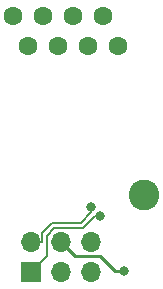
<source format=gbl>
G04 #@! TF.GenerationSoftware,KiCad,Pcbnew,5.1.9*
G04 #@! TF.CreationDate,2021-01-28T17:40:55+01:00*
G04 #@! TF.ProjectId,Teensy4.1_Ethercon_adapter,5465656e-7379-4342-9e31-5f4574686572,1.0*
G04 #@! TF.SameCoordinates,PX80befc0PY6dac2c0*
G04 #@! TF.FileFunction,Copper,L2,Bot*
G04 #@! TF.FilePolarity,Positive*
%FSLAX46Y46*%
G04 Gerber Fmt 4.6, Leading zero omitted, Abs format (unit mm)*
G04 Created by KiCad (PCBNEW 5.1.9) date 2021-01-28 17:40:55*
%MOMM*%
%LPD*%
G01*
G04 APERTURE LIST*
G04 #@! TA.AperFunction,ComponentPad*
%ADD10C,1.600000*%
G04 #@! TD*
G04 #@! TA.AperFunction,ComponentPad*
%ADD11C,2.600000*%
G04 #@! TD*
G04 #@! TA.AperFunction,ComponentPad*
%ADD12O,1.700000X1.700000*%
G04 #@! TD*
G04 #@! TA.AperFunction,ComponentPad*
%ADD13R,1.700000X1.700000*%
G04 #@! TD*
G04 #@! TA.AperFunction,ViaPad*
%ADD14C,0.800000*%
G04 #@! TD*
G04 #@! TA.AperFunction,Conductor*
%ADD15C,0.250000*%
G04 #@! TD*
G04 #@! TA.AperFunction,Conductor*
%ADD16C,0.200000*%
G04 #@! TD*
G04 APERTURE END LIST*
D10*
X5821968Y23608032D03*
X7091968Y21068032D03*
X8361968Y23608032D03*
X9631968Y21068032D03*
X10901968Y23608032D03*
X12171968Y21068032D03*
X13441968Y23608032D03*
X14711968Y21068032D03*
D11*
X16871968Y8408032D03*
D12*
X12380000Y4440000D03*
X12380000Y1900000D03*
X9840000Y4440000D03*
X9840000Y1900000D03*
X7300000Y4440000D03*
D13*
X7300000Y1900000D03*
D14*
X15200000Y2000000D03*
X12428768Y7371232D03*
X13171232Y6628768D03*
D15*
X11015001Y3264999D02*
X13135001Y3264999D01*
X9840000Y4440000D02*
X11015001Y3264999D01*
X14400000Y2000000D02*
X15200000Y2000000D01*
X13135001Y3264999D02*
X14400000Y2000000D01*
D16*
X8240008Y5178393D02*
X8240008Y4440000D01*
X12428768Y6946967D02*
X11521793Y6039992D01*
X12428768Y7371232D02*
X12428768Y6946967D01*
X8240008Y4440000D02*
X7300000Y4440000D01*
X11521793Y6039992D02*
X9101607Y6039992D01*
X9101607Y6039992D02*
X8240008Y5178393D01*
X8600000Y3200000D02*
X7300000Y1900000D01*
X8689999Y3289999D02*
X8600000Y3200000D01*
X8689999Y4992001D02*
X8689999Y3289999D01*
X9287999Y5590001D02*
X8689999Y4992001D01*
X11708200Y5590001D02*
X9287999Y5590001D01*
X12746967Y6628768D02*
X11708200Y5590001D01*
X13171232Y6628768D02*
X12746967Y6628768D01*
M02*

</source>
